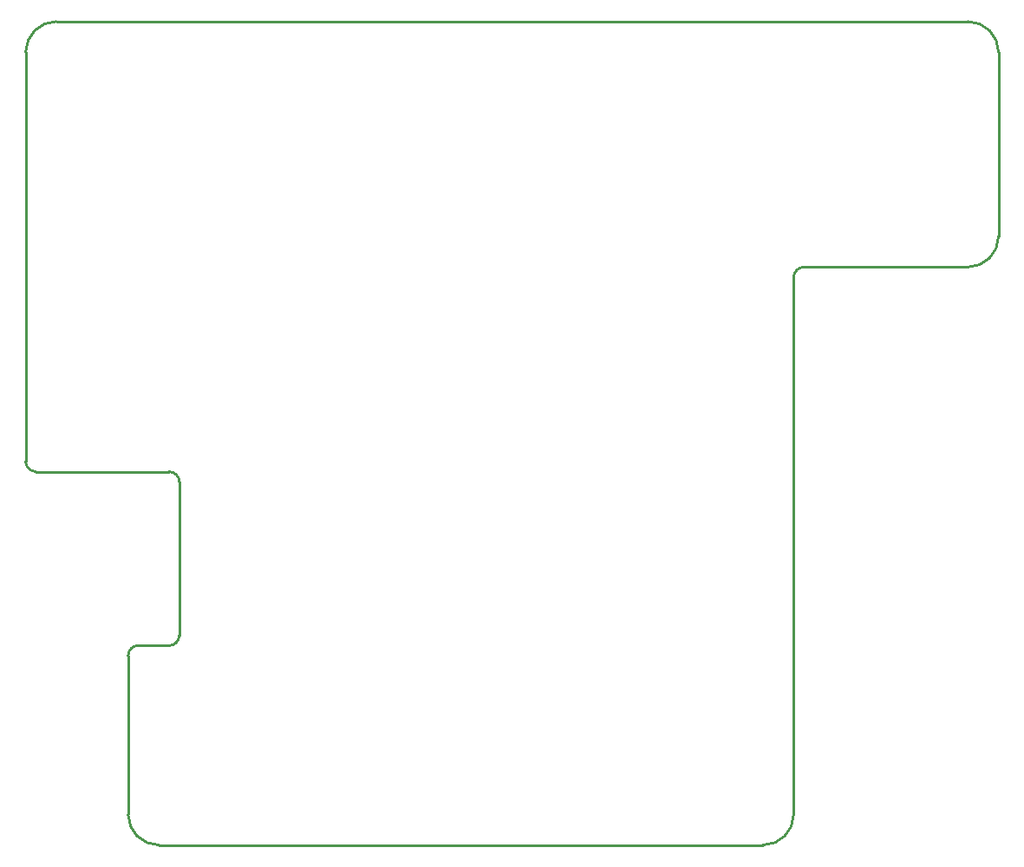
<source format=gbp>
G04*
G04 #@! TF.GenerationSoftware,Altium Limited,Altium Designer,21.0.8 (223)*
G04*
G04 Layer_Color=128*
%FSAX25Y25*%
%MOIN*%
G70*
G04*
G04 #@! TF.SameCoordinates,C73BC072-7C63-40B6-A927-07284C235285*
G04*
G04*
G04 #@! TF.FilePolarity,Positive*
G04*
G01*
G75*
%ADD14C,0.01000*%
D14*
X0015748Y0076772D02*
G03*
X0019685Y0080709I0000000J0003937D01*
G01*
X0334646Y0305118D02*
G03*
X0322835Y0316929I-0011811J0000000D01*
G01*
X-0027559D02*
G03*
X-0039370Y0305118I0000000J-0011811D01*
G01*
X0259842Y0222441D02*
G03*
X0255906Y0218504I0000000J-0003937D01*
G01*
X0322835Y0222441D02*
G03*
X0334646Y0234252I0000000J0011811D01*
G01*
X-0039370Y0147638D02*
G03*
X-0035433Y0143701I0003937J0000000D01*
G01*
X0003937Y0076772D02*
G03*
X0000000Y0072835I0000000J-0003937D01*
G01*
X0019685Y0139764D02*
G03*
X0015748Y0143701I-0003937J0000000D01*
G01*
X0244094Y0000000D02*
G03*
X0255906Y0011811I0000000J0011811D01*
G01*
X0000000D02*
G03*
X0011811Y0000000I0011811J0000000D01*
G01*
X0003937Y0076772D02*
X0015748D01*
X0019685Y0080709D02*
Y0139764D01*
X0259842Y0222441D02*
X0322835D01*
X0255906Y0011811D02*
Y0218504D01*
X0011811Y0000000D02*
X0244094D01*
X0000000Y0011811D02*
Y0072835D01*
X-0035433Y0143701D02*
X0015748D01*
X-0039370Y0147638D02*
Y0305118D01*
X-0027559Y0316929D02*
X0322835D01*
X0334646Y0234252D02*
Y0305118D01*
M02*

</source>
